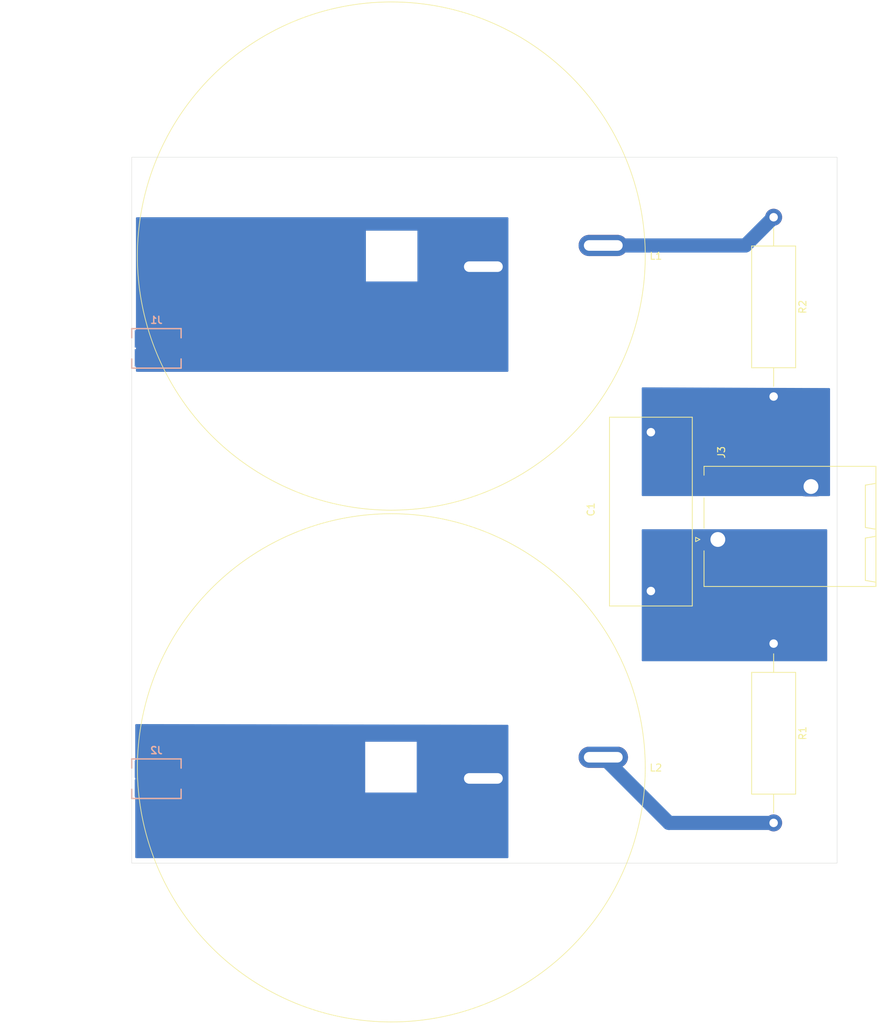
<source format=kicad_pcb>
(kicad_pcb (version 20240108) (generator "pcbnew") (generator_version "8.0")
  (layers (0 "F.Cu" signal) (31 "B.Cu" signal) (34 "B.Paste" user) (35 "F.Paste" user) (36 "B.SilkS" user "B.Silkscreen") (37 "F.SilkS" user "F.Silkscreen") (38 "B.Mask" user) (39 "F.Mask" user) (44 "Edge.Cuts" user))
  (net 0 "")
  (net 1 "/pha")
  (net 2 "/phb")
  (net 3 "/foa")
  (net 4 "/fob")
  (net 5 "Net-(L2-Pad2)")
  (net 6 "Net-(L1-Pad2)")
  (footprint "My_Inductor_THT:L_Wuerth_WE-TORPFC_Diameter72.0mm_760801203" (layer "F.Cu") (at 76.8 74)
    (property "Reference" "L1" (at 37.5 0 0) (layer "F.SilkS"))
    (property "Value" "580 u")
    (fp_circle (center 0 0) (end 36 0) (stroke (width 0.1)) (fill none) (layer "F.SilkS"))
    (pad "" np_thru_hole circle (at 0 0) (size 4.4 4.4) (drill 4.4) (layers "F&B.Cu" "*.Mask"))
    (pad "1" thru_hole oval (at 13.05 1.5) (size 7 3) (drill oval 5.5 1.5) (layers "*.Cu" "*.Mask") (net 1 "/pha"))
    (pad "2" thru_hole oval (at 30.05 -1.5) (size 7 3) (drill oval 5.5 1.5) (layers "*.Cu" "*.Mask") (net 6 "Net-(L1-Pad2)"))
  )
  (footprint "My_Inductor_THT:L_Wuerth_WE-TORPFC_Diameter72.0mm_760801203" (layer "F.Cu") (at 76.8 146.5)
    (property "Reference" "L2" (at 37.5 0 0) (layer "F.SilkS"))
    (property "Value" "580 u")
    (fp_circle (center 0 0) (end 36 0) (stroke (width 0.1)) (fill none) (layer "F.SilkS"))
    (pad "" np_thru_hole circle (at 0 0) (size 4.4 4.4) (drill 4.4) (layers "F&B.Cu" "*.Mask"))
    (pad "1" thru_hole oval (at 13.05 1.5) (size 7 3) (drill oval 5.5 1.5) (layers "*.Cu" "*.Mask") (net 2 "/phb"))
    (pad "2" thru_hole oval (at 30.05 -1.5) (size 7 3) (drill oval 5.5 1.5) (layers "*.Cu" "*.Mask") (net 5 "Net-(L2-Pad2)"))
  )
  (footprint "Resistor_THT:R_Axial_DIN0617_L17.0mm_D6.0mm_P25.40mm_Horizontal" (layer "F.Cu") (at 131 128.9 -90)
    (property "Reference" "R1" (at 12.7 -4.12 90) (layer "F.SilkS"))
    (property "Value" "0.1")
    (fp_line (start 4.08 3.12) (end 21.32 3.12) (stroke (width 0.12)) (layer "F.SilkS"))
    (fp_line (start 21.32 3.12) (end 21.32 -3.12) (stroke (width 0.12)) (layer "F.SilkS"))
    (fp_line (start 1.44 0) (end 4.08 0) (stroke (width 0.12)) (layer "F.SilkS"))
    (fp_line (start 23.96 0) (end 21.32 0) (stroke (width 0.12)) (layer "F.SilkS"))
    (fp_line (start 4.08 -3.12) (end 4.08 3.12) (stroke (width 0.12)) (layer "F.SilkS"))
    (fp_line (start 21.32 -3.12) (end 4.08 -3.12) (stroke (width 0.12)) (layer "F.SilkS"))
    (pad "1" thru_hole circle (at 0 0 270) (size 2.4 2.4) (drill 1.2) (layers "*.Cu" "*.Mask") (net 4 "/fob"))
    (pad "2" thru_hole oval (at 25.4 0 270) (size 2.4 2.4) (drill 1.2) (layers "*.Cu" "*.Mask") (net 5 "Net-(L2-Pad2)"))
  )
  (footprint "Resistor_THT:R_Axial_DIN0617_L17.0mm_D6.0mm_P25.40mm_Horizontal" (layer "F.Cu") (at 131 68.5 -90)
    (property "Reference" "R2" (at 12.7 -4.12 90) (layer "F.SilkS"))
    (property "Value" "0.1")
    (fp_line (start 4.08 3.12) (end 21.32 3.12) (stroke (width 0.12)) (layer "F.SilkS"))
    (fp_line (start 21.32 3.12) (end 21.32 -3.12) (stroke (width 0.12)) (layer "F.SilkS"))
    (fp_line (start 1.44 0) (end 4.08 0) (stroke (width 0.12)) (layer "F.SilkS"))
    (fp_line (start 23.96 0) (end 21.32 0) (stroke (width 0.12)) (layer "F.SilkS"))
    (fp_line (start 4.08 -3.12) (end 4.08 3.12) (stroke (width 0.12)) (layer "F.SilkS"))
    (fp_line (start 21.32 -3.12) (end 4.08 -3.12) (stroke (width 0.12)) (layer "F.SilkS"))
    (pad "1" thru_hole circle (at 0 0 270) (size 2.4 2.4) (drill 1.2) (layers "*.Cu" "*.Mask") (net 6 "Net-(L1-Pad2)"))
    (pad "2" thru_hole oval (at 25.4 0 270) (size 2.4 2.4) (drill 1.2) (layers "*.Cu" "*.Mask") (net 3 "/foa"))
  )
  (footprint "Capacitor_THT:C_Rect_L26.5mm_W11.5mm_P22.50mm_MKS4" (layer "F.Cu") (at 113.6 98.95 -90)
    (property "Reference" "C1" (at 10.95 8.5 90) (layer "F.SilkS"))
    (property "Value" "120 n")
    (fp_line (start -2.12 5.87) (end 24.62 5.87) (stroke (width 0.12)) (layer "F.SilkS"))
    (fp_line (start -2.12 -5.87) (end -2.12 5.87) (stroke (width 0.12)) (layer "F.SilkS"))
    (fp_line (start -2.12 -5.87) (end 24.62 -5.87) (stroke (width 0.12)) (layer "F.SilkS"))
    (fp_line (start 24.62 -5.87) (end 24.62 5.87) (stroke (width 0.12)) (layer "F.SilkS"))
    (pad "1" thru_hole circle (at 0 0 270) (size 2.4 2.4) (drill 1.2) (layers "*.Cu" "*.Mask") (net 3 "/foa"))
    (pad "2" thru_hole circle (at 22.5 0 270) (size 2.4 2.4) (drill 1.2) (layers "*.Cu" "*.Mask") (net 4 "/fob"))
  )
  (footprint "Connector_Phoenix_SPT:PhoenixContact_SPT_5_2-H-7.5-ZB_1x02_P7.5mm_Horizontal" (layer "F.Cu") (at 123.0925 114.15 90)
    (property "Reference" "J3" (at 12.35 0.5075 90) (layer "F.SilkS"))
    (property "Value" "Conn_01x02")
    (fp_line (start 0.3 -3.15) (end 0 -2.55) (stroke (width 0.12)) (layer "F.SilkS"))
    (fp_line (start -0.3 -3.15) (end 0.3 -3.15) (stroke (width 0.12)) (layer "F.SilkS"))
    (fp_line (start -0.3 -3.15) (end 0 -2.55) (stroke (width 0.12)) (layer "F.SilkS"))
    (fp_line (start 10.36 -1.96) (end 10.36 22.41) (stroke (width 0.12)) (layer "F.SilkS"))
    (fp_line (start 9.1 -1.96) (end 10.36 -1.96) (stroke (width 0.12)) (layer "F.SilkS"))
    (fp_line (start 1.6 -1.96) (end 5.9 -1.96) (stroke (width 0.12)) (layer "F.SilkS"))
    (fp_line (start -6.66 -1.96) (end -1.6 -1.96) (stroke (width 0.12)) (layer "F.SilkS"))
    (fp_line (start 1.7 20.91) (end 7.7 20.91) (stroke (width 0.12)) (layer "F.SilkS"))
    (fp_line (start -5.8 20.91) (end 0.2 20.91) (stroke (width 0.12)) (layer "F.SilkS"))
    (fp_line (start 10.36 22.41) (end -6.66 22.41) (stroke (width 0.12)) (layer "F.SilkS"))
    (fp_line (start 7.95 22.41) (end 7.7 20.91) (stroke (width 0.12)) (layer "F.SilkS"))
    (fp_line (start 1.45 22.41) (end 1.7 20.91) (stroke (width 0.12)) (layer "F.SilkS"))
    (fp_line (start 0.45 22.41) (end 0.2 20.91) (stroke (width 0.12)) (layer "F.SilkS"))
    (fp_line (start -6.05 22.41) (end -5.8 20.91) (stroke (width 0.12)) (layer "F.SilkS"))
    (fp_line (start -6.66 22.41) (end -6.66 -1.96) (stroke (width 0.12)) (layer "F.SilkS"))
    (pad "1" thru_hole roundrect (at 0 0 90) (size 2.8 4.3) (drill 2.1) (layers "*.Cu" "*.Mask") (roundrect_rratio 0.089286) (net 4 "/fob"))
    (pad "2" thru_hole oval (at 7.5 13.2 90) (size 2.8 4.3) (drill 2.1) (layers "*.Cu" "*.Mask") (net 3 "/foa"))
  )
  (footprint "My_Connector:WP_SMRA_7466303" (layer "B.Cu") (at 43.5 148.038 180)
    (property "Reference" "J2" (at 0 4 0) (layer "B.SilkS") (effects (font (thickness 0.2)) (justify mirror)))
    (property "Value" "Conn_01x01")
    (fp_line (start 3.5 2.8) (end -3.5 2.8) (stroke (width 0.2)) (layer "B.SilkS"))
    (fp_line (start 3.5 1.5) (end 3.5 2.8) (stroke (width 0.2)) (layer "B.SilkS"))
    (fp_line (start 3.5 -2.8) (end 3.5 -1.5) (stroke (width 0.2)) (layer "B.SilkS"))
    (fp_line (start 3.5 -2.8) (end -3.5 -2.8) (stroke (width 0.2)) (layer "B.SilkS"))
    (fp_line (start -3.5 1.5) (end -3.5 2.8) (stroke (width 0.2)) (layer "B.SilkS"))
    (fp_line (start -3.5 -2.8) (end -3.5 -1.5) (stroke (width 0.2)) (layer "B.SilkS"))
    (pad "1" smd rect (at -1.6 -1.35 180) (size 2.95 2.45) (layers "B.Cu" "B.Paste" "B.Mask") (net 2 "/phb"))
    (pad "1" smd rect (at -1.6 1.35 180) (size 2.95 2.45) (layers "B.Cu" "B.Paste" "B.Mask") (net 2 "/phb"))
    (pad "1" smd rect (at 1.6 -1.35 180) (size 2.95 2.45) (layers "B.Cu" "B.Paste" "B.Mask") (net 2 "/phb"))
    (pad "1" smd rect (at 1.6 1.35 180) (size 2.95 2.45) (layers "B.Cu" "B.Paste" "B.Mask") (net 2 "/phb"))
  )
  (footprint "My_Connector:WP_SMRA_7466303" (layer "B.Cu") (at 43.5 87.078 180)
    (property "Reference" "J1" (at 0 4 0) (layer "B.SilkS") (effects (font (thickness 0.2)) (justify mirror)))
    (property "Value" "Conn_01x01")
    (fp_line (start 3.5 2.8) (end -3.5 2.8) (stroke (width 0.2)) (layer "B.SilkS"))
    (fp_line (start 3.5 1.5) (end 3.5 2.8) (stroke (width 0.2)) (layer "B.SilkS"))
    (fp_line (start 3.5 -2.8) (end 3.5 -1.5) (stroke (width 0.2)) (layer "B.SilkS"))
    (fp_line (start 3.5 -2.8) (end -3.5 -2.8) (stroke (width 0.2)) (layer "B.SilkS"))
    (fp_line (start -3.5 1.5) (end -3.5 2.8) (stroke (width 0.2)) (layer "B.SilkS"))
    (fp_line (start -3.5 -2.8) (end -3.5 -1.5) (stroke (width 0.2)) (layer "B.SilkS"))
    (pad "1" smd rect (at -1.6 -1.35 180) (size 2.95 2.45) (layers "B.Cu" "B.Paste" "B.Mask") (net 1 "/pha"))
    (pad "1" smd rect (at -1.6 1.35 180) (size 2.95 2.45) (layers "B.Cu" "B.Paste" "B.Mask") (net 1 "/pha"))
    (pad "1" smd rect (at 1.6 -1.35 180) (size 2.95 2.45) (layers "B.Cu" "B.Paste" "B.Mask") (net 1 "/pha"))
    (pad "1" smd rect (at 1.6 1.35 180) (size 2.95 2.45) (layers "B.Cu" "B.Paste" "B.Mask") (net 1 "/pha"))
  )
  (gr_rect (start 40 60) (end 140 160) (stroke (width 0.05)) (fill none) (layer "Edge.Cuts"))
  (segment (start 116.15 154.3) (end 106.85 145) (width 2) (layer "B.Cu") (net 5))
  (segment (start 131 154.3) (end 116.15 154.3) (width 2) (layer "B.Cu") (net 5))
  (segment (start 106.85 72.5) (end 127 72.5) (width 2) (layer "B.Cu") (net 6))
  (segment (start 127 72.5) (end 131 68.5) (width 2) (layer "B.Cu") (net 6))
  (zone (net 0) (net_name "") (layers "F&B.Cu" "Edge.Cuts") (connect_pads (clearance 0)) (min_thickness 0.25)
    (keepout (tracks not_allowed) (vias allowed) (pads allowed) (copperpour not_allowed) (footprints allowed))
    (fill (thermal_gap 0.5) (thermal_bridge_width 0.5))
    (polygon (pts (xy 73.1 142.8) (xy 80.4 142.8) (xy 80.4 150) (xy 73.1 150)))
  )
  (zone (net 0) (net_name "") (layers "F&B.Cu" "Edge.Cuts") (connect_pads (clearance 0)) (min_thickness 0.25)
    (keepout (tracks not_allowed) (vias allowed) (pads allowed) (copperpour not_allowed) (footprints allowed))
    (fill (thermal_gap 0.5) (thermal_bridge_width 0.5))
    (polygon (pts (xy 73.2 70.4) (xy 80.5 70.4) (xy 80.5 77.6) (xy 73.2 77.6)))
  )
  (zone (net 2) (net_name "/phb") (layer "B.Cu") (priority 1) (connect_pads yes (clearance 0.5)) (min_thickness 0.25) (fill yes (thermal_gap 0.5) (thermal_bridge_width 0.5))
    (polygon (pts (xy 40.3 140.3) (xy 93.4 140.4) (xy 93.4 159.3) (xy 40.3 159.3)))
  )
  (zone (net 4) (net_name "/fob") (layer "B.Cu") (priority 2) (connect_pads yes (clearance 0.5)) (min_thickness 0.25) (fill yes (thermal_gap 0.5) (thermal_bridge_width 0.5))
    (polygon (pts (xy 112.3 112.7) (xy 138.6 112.7) (xy 138.6 131.4) (xy 112.3 131.4)))
  )
  (zone (net 1) (net_name "/pha") (layer "B.Cu") (connect_pads yes (clearance 0.5)) (min_thickness 0.25) (fill yes (thermal_gap 0.5) (thermal_bridge_width 0.5))
    (polygon (pts (xy 40.6 68.5) (xy 93.4 68.5) (xy 93.4 90.4) (xy 40.6 90.4)))
  )
  (zone (net 3) (net_name "/foa") (layer "B.Cu") (priority 2) (connect_pads yes (clearance 0.5)) (min_thickness 0.25) (fill yes (thermal_gap 0.5) (thermal_bridge_width 0.5))
    (polygon (pts (xy 112.3 92.6) (xy 139 92.7) (xy 139 108) (xy 112.3 108)))
  )
)
</source>
